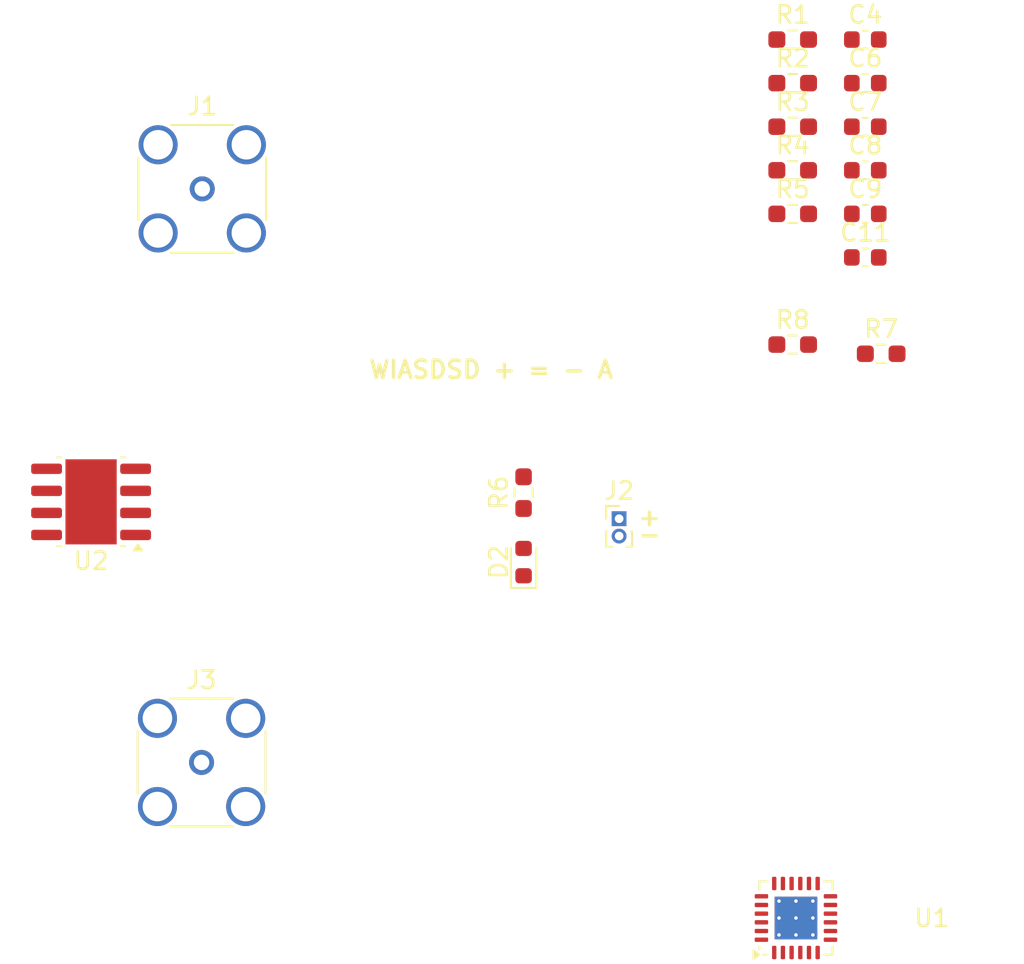
<source format=kicad_pcb>
(kicad_pcb (version 20241229) (generator "pcbnew") (generator_version "9.0")
  (layers (0 "F.Cu" signal) (2 "B.Cu" signal) (13 "F.Paste" user) (15 "B.Paste" user) (5 "F.SilkS" user "F.Silkscreen") (7 "B.SilkS" user "B.Silkscreen") (1 "F.Mask" user) (3 "B.Mask" user) (25 "Edge.Cuts" user))
  (net 0 "")
  (net 1 "Net-(U1-VREF)")
  (net 3 "Net-(U1-CN)")
  (net 7 "Net-(U1-ENN)")
  (net 8 "+15V")
  (net 9 "Net-(D3-K)")
  (net 10 "Net-(U1-CP)")
  (net 13 "Net-(U1-FBN)")
  (net 15 "Net-(D1-A)")
  (net 19 "Net-(Q1-G)")
  (net 23 "-15V")
  (net 24 "Net-(U1-FBP)")
  (net 26 "Net-(U2--)")
  (net 29 "GND")
  (net 30 "/IN")
  (net 31 "+5V")
  (net 32 "/OUT")
  (net 33 "Net-(D2-A)")
  (footprint "Connector_Coaxial:SMA_Amphenol_132134-14_Vertical" (layer "F.Cu") (at 150 66)
    (property "Reference" "J1" (at 0 -4.75 0) (layer "F.SilkS"))
    (property "Value" "Conn_Coaxial")
    (fp_line (start -3.68 -1.8) (end -3.68 1.8) (stroke (width 0.12)) (layer "F.SilkS"))
    (fp_line (start -1.8 -3.68) (end 1.8 -3.68) (stroke (width 0.12)) (layer "F.SilkS"))
    (fp_line (start -1.8 3.68) (end 1.8 3.68) (stroke (width 0.12)) (layer "F.SilkS"))
    (fp_line (start 3.68 -1.8) (end 3.68 1.8) (stroke (width 0.12)) (layer "F.SilkS"))
    (pad "1" thru_hole circle (at 0 0) (size 1.44 1.44) (drill 0.89) (layers "*.Cu" "*.Mask") (net 30 "/IN"))
    (pad "2" thru_hole circle (at -2.54 -2.54) (size 2.25 2.25) (drill 1.7) (layers "*.Cu" "*.Mask") (net 29 "GND"))
    (pad "2" thru_hole circle (at -2.54 2.54) (size 2.25 2.25) (drill 1.7) (layers "*.Cu" "*.Mask") (net 29 "GND"))
    (pad "2" thru_hole circle (at 2.54 -2.54) (size 2.25 2.25) (drill 1.7) (layers "*.Cu" "*.Mask") (net 29 "GND"))
    (pad "2" thru_hole circle (at 2.54 2.54) (size 2.25 2.25) (drill 1.7) (layers "*.Cu" "*.Mask") (net 29 "GND"))
  )
  (footprint "Resistor_SMD:R_0603_1608Metric_Pad0.98x0.95mm_HandSolder" (layer "F.Cu") (at 183.9925 64.93)
    (property "Reference" "R4" (at 0 -1.43 0) (layer "F.SilkS"))
    (property "Value" "85.8k")
    (fp_line (start -0.254724 -0.5225) (end 0.254724 -0.5225) (stroke (width 0.12)) (layer "F.SilkS"))
    (fp_line (start -0.254724 0.5225) (end 0.254724 0.5225) (stroke (width 0.12)) (layer "F.SilkS"))
    (pad "1" smd roundrect (at -0.9125 0) (size 0.975 0.95) (layers "F.Cu" "F.Mask" "F.Paste") (net 24 "Net-(U1-FBP)"))
    (pad "2" smd roundrect (at 0.9125 0) (size 0.975 0.95) (layers "F.Cu" "F.Mask" "F.Paste") (net 29 "GND"))
  )
  (footprint "Resistor_SMD:R_0603_1608Metric_Pad0.98x0.95mm_HandSolder" (layer "F.Cu") (at 183.9925 67.44)
    (property "Reference" "R5" (at 0 -1.43 0) (layer "F.SilkS"))
    (property "Value" "78.7")
    (fp_line (start -0.254724 -0.5225) (end 0.254724 -0.5225) (stroke (width 0.12)) (layer "F.SilkS"))
    (fp_line (start -0.254724 0.5225) (end 0.254724 0.5225) (stroke (width 0.12)) (layer "F.SilkS"))
    (pad "1" smd roundrect (at -0.9125 0) (size 0.975 0.95) (layers "F.Cu" "F.Mask" "F.Paste") (net 29 "GND"))
    (pad "2" smd roundrect (at 0.9125 0) (size 0.975 0.95) (layers "F.Cu" "F.Mask" "F.Paste") (net 26 "Net-(U2--)"))
  )
  (footprint "Package_DFN_QFN:VQFN-24-1EP_4x4mm_P0.5mm_EP2.45x2.45mm_ThermalVias" (layer "F.Cu") (at 184.18 108 90)
    (property "Reference" "U1" (at 0 7.82 180) (layer "F.SilkS"))
    (property "Value" "TPS65131RGE")
    (fp_line (start 2.11 -2.11) (end 2.11 -1.635) (stroke (width 0.12)) (layer "F.SilkS"))
    (fp_line (start 1.635 -2.11) (end 2.11 -2.11) (stroke (width 0.12)) (layer "F.SilkS"))
    (fp_line (start -1.635 -2.11) (end -1.81 -2.11) (stroke (width 0.12)) (layer "F.SilkS"))
    (fp_line (start -2.11 -1.635) (end -2.11 -1.87) (stroke (width 0.12)) (layer "F.SilkS"))
    (fp_line (start 2.11 2.11) (end 2.11 1.635) (stroke (width 0.12)) (layer "F.SilkS"))
    (fp_line (start 1.635 2.11) (end 2.11 2.11) (stroke (width 0.12)) (layer "F.SilkS"))
    (fp_line (start -1.635 2.11) (end -2.11 2.11) (stroke (width 0.12)) (layer "F.SilkS"))
    (fp_line (start -2.11 2.11) (end -2.11 1.635) (stroke (width 0.12)) (layer "F.SilkS"))
    (fp_poly (pts (xy -2.11 -2.11) (xy -2.35 -2.44) (xy -1.87 -2.44)) (stroke (width 0.12)) (fill yes) (layer "F.SilkS"))
    (pad "1" smd roundrect (at -1.9875 -1.25 90) (size 0.775 0.25) (layers "F.Cu" "F.Mask" "F.Paste") (net 15 "Net-(D1-A)"))
    (pad "2" smd roundrect (at -1.9875 -0.75 90) (size 0.775 0.25) (layers "F.Cu" "F.Mask" "F.Paste") (net 29 "GND"))
    (pad "3" smd roundrect (at -1.9875 -0.25 90) (size 0.775 0.25) (layers "F.Cu" "F.Mask" "F.Paste") (net 29 "GND"))
    (pad "4" smd roundrect (at -1.9875 0.25 90) (size 0.775 0.25) (layers "F.Cu" "F.Mask" "F.Paste") (net 7 "Net-(U1-ENN)"))
    (pad "5" smd roundrect (at -1.9875 0.75 90) (size 0.775 0.25) (layers "F.Cu" "F.Mask" "F.Paste") (net 19 "Net-(Q1-G)"))
    (pad "6" smd roundrect (at -1.9875 1.25 90) (size 0.775 0.25) (layers "F.Cu" "F.Mask" "F.Paste") (net 19 "Net-(Q1-G)"))
    (pad "7" smd roundrect (at -1.25 1.9875 90) (size 0.25 0.775) (layers "F.Cu" "F.Mask" "F.Paste") (net 19 "Net-(Q1-G)"))
    (pad "8" smd roundrect (at -0.75 1.9875 90) (size 0.25 0.775) (layers "F.Cu" "F.Mask" "F.Paste") (net 7 "Net-(U1-ENN)"))
    (pad "9" smd roundrect (at -0.25 1.9875 90) (size 0.25 0.775) (layers "F.Cu" "F.Mask" "F.Paste") (net 7 "Net-(U1-ENN)"))
    (pad "10" smd roundrect (at 0.25 1.9875 90) (size 0.25 0.775) (layers "F.Cu" "F.Mask" "F.Paste") (net 7 "Net-(U1-ENN)"))
    (pad "11" smd roundrect (at 0.75 1.9875 90) (size 0.25 0.775) (layers "F.Cu" "F.Mask" "F.Paste") (net 7 "Net-(U1-ENN)"))
    (pad "12" smd roundrect (at 1.25 1.9875 90) (size 0.25 0.775) (layers "F.Cu" "F.Mask" "F.Paste"))
    (pad "13" smd roundrect (at 1.9875 1.25 90) (size 0.775 0.25) (layers "F.Cu" "F.Mask" "F.Paste") (net 9 "Net-(D3-K)"))
    (pad "14" smd roundrect (at 1.9875 0.75 90) (size 0.775 0.25) (layers "F.Cu" "F.Mask" "F.Paste") (net 9 "Net-(D3-K)"))
    (pad "15" smd roundrect (at 1.9875 0.25 90) (size 0.775 0.25) (layers "F.Cu" "F.Mask" "F.Paste") (net 23 "-15V"))
    (pad "16" smd roundrect (at 1.9875 -0.25 90) (size 0.775 0.25) (layers "F.Cu" "F.Mask" "F.Paste") (net 13 "Net-(U1-FBN)"))
    (pad "17" smd roundrect (at 1.9875 -0.75 90) (size 0.775 0.25) (layers "F.Cu" "F.Mask" "F.Paste") (net 1 "Net-(U1-VREF)"))
    (pad "18" smd roundrect (at 1.9875 -1.25 90) (size 0.775 0.25) (layers "F.Cu" "F.Mask" "F.Paste") (net 3 "Net-(U1-CN)"))
    (pad "19" smd roundrect (at 1.25 -1.9875 90) (size 0.25 0.775) (layers "F.Cu" "F.Mask" "F.Paste") (net 29 "GND"))
    (pad "20" smd roundrect (at 0.75 -1.9875 90) (size 0.25 0.775) (layers "F.Cu" "F.Mask" "F.Paste"))
    (pad "21" smd roundrect (at 0.25 -1.9875 90) (size 0.25 0.775) (layers "F.Cu" "F.Mask" "F.Paste") (net 10 "Net-(U1-CP)"))
    (pad "22" smd roundrect (at -0.25 -1.9875 90) (size 0.25 0.775) (layers "F.Cu" "F.Mask" "F.Paste") (net 24 "Net-(U1-FBP)"))
    (pad "23" smd roundrect (at -0.75 -1.9875 90) (size 0.25 0.775) (layers "F.Cu" "F.Mask" "F.Paste") (net 8 "+15V"))
    (pad "24" smd roundrect (at -1.25 -1.9875 90) (size 0.25 0.775) (layers "F.Cu" "F.Mask" "F.Paste") (net 15 "Net-(D1-A)"))
    (pad "25" thru_hole circle (at -0.975 -0.975 90) (size 0.5 0.5) (drill 0.2) (property pad_prop_heatsink) (layers "*.Cu"))
    (pad "25" thru_hole circle (at -0.975 0 90) (size 0.5 0.5) (drill 0.2) (property pad_prop_heatsink) (layers "*.Cu"))
    (pad "25" thru_hole circle (at -0.975 0.975 90) (size 0.5 0.5) (drill 0.2) (property pad_prop_heatsink) (layers "*.Cu"))
    (pad "25" thru_hole circle (at 0 -0.975 90) (size 0.5 0.5) (drill 0.2) (property pad_prop_heatsink) (layers "*.Cu"))
    (pad "25" thru_hole circle (at 0 0 90) (size 0.5 0.5) (drill 0.2) (property pad_prop_heatsink) (layers "*.Cu"))
    (pad "25" smd rect (at 0 0 90) (size 2.45 2.45) (property pad_prop_heatsink) (layers "F.Cu" "F.Mask"))
    (pad "25" smd rect (at 0 0 90) (size 2.45 2.45) (property pad_prop_heatsink) (layers "B.Cu"))
    (pad "25" thru_hole circle (at 0 0.975 90) (size 0.5 0.5) (drill 0.2) (property pad_prop_heatsink) (layers "*.Cu"))
    (pad "25" thru_hole circle (at 0.975 -0.975 90) (size 0.5 0.5) (drill 0.2) (property pad_prop_heatsink) (layers "*.Cu"))
    (pad "25" thru_hole circle (at 0.975 0 90) (size 0.5 0.5) (drill 0.2) (property pad_prop_heatsink) (layers "*.Cu"))
    (pad "25" thru_hole circle (at 0.975 0.975 90) (size 0.5 0.5) (drill 0.2) (property pad_prop_heatsink) (layers "*.Cu"))
  )
  (footprint "Resistor_SMD:R_0603_1608Metric_Pad0.98x0.95mm_HandSolder" (layer "F.Cu") (at 183.9925 57.4)
    (property "Reference" "R1" (at 0 -1.43 0) (layer "F.SilkS"))
    (property "Value" "104.8k")
    (fp_line (start -0.254724 -0.5225) (end 0.254724 -0.5225) (stroke (width 0.12)) (layer "F.SilkS"))
    (fp_line (start -0.254724 0.5225) (end 0.254724 0.5225) (stroke (width 0.12)) (layer "F.SilkS"))
    (pad "1" smd roundrect (at -0.9125 0) (size 0.975 0.95) (layers "F.Cu" "F.Mask" "F.Paste") (net 1 "Net-(U1-VREF)"))
    (pad "2" smd roundrect (at 0.9125 0) (size 0.975 0.95) (layers "F.Cu" "F.Mask" "F.Paste") (net 13 "Net-(U1-FBN)"))
  )
  (footprint "Capacitor_SMD:C_0603_1608Metric" (layer "F.Cu") (at 188.1725 62.42)
    (property "Reference" "C7" (at 0 -1.43 0) (layer "F.SilkS"))
    (property "Value" "220nF")
    (fp_line (start -0.14058 -0.51) (end 0.14058 -0.51) (stroke (width 0.12)) (layer "F.SilkS"))
    (fp_line (start -0.14058 0.51) (end 0.14058 0.51) (stroke (width 0.12)) (layer "F.SilkS"))
    (pad "1" smd roundrect (at -0.775 0) (size 0.9 0.95) (layers "F.Cu" "F.Mask" "F.Paste") (net 1 "Net-(U1-VREF)"))
    (pad "2" smd roundrect (at 0.775 0) (size 0.9 0.95) (layers "F.Cu" "F.Mask" "F.Paste") (net 29 "GND"))
  )
  (footprint "Resistor_SMD:R_0603_1608Metric_Pad0.98x0.95mm_HandSolder" (layer "F.Cu") (at 183.9925 59.91)
    (property "Reference" "R2" (at 0 -1.43 0) (layer "F.SilkS"))
    (property "Value" "100")
    (fp_line (start -0.254724 -0.5225) (end 0.254724 -0.5225) (stroke (width 0.12)) (layer "F.SilkS"))
    (fp_line (start -0.254724 0.5225) (end 0.254724 0.5225) (stroke (width 0.12)) (layer "F.SilkS"))
    (pad "1" smd roundrect (at -0.9125 0) (size 0.975 0.95) (layers "F.Cu" "F.Mask" "F.Paste") (net 19 "Net-(Q1-G)"))
    (pad "2" smd roundrect (at 0.9125 0) (size 0.975 0.95) (layers "F.Cu" "F.Mask" "F.Paste") (net 7 "Net-(U1-ENN)"))
  )
  (footprint "Capacitor_SMD:C_0603_1608Metric" (layer "F.Cu") (at 188.1725 67.44)
    (property "Reference" "C9" (at 0 -1.43 0) (layer "F.SilkS"))
    (property "Value" "4.7nF")
    (fp_line (start -0.14058 -0.51) (end 0.14058 -0.51) (stroke (width 0.12)) (layer "F.SilkS"))
    (fp_line (start -0.14058 0.51) (end 0.14058 0.51) (stroke (width 0.12)) (layer "F.SilkS"))
    (pad "1" smd roundrect (at -0.775 0) (size 0.9 0.95) (layers "F.Cu" "F.Mask" "F.Paste") (net 19 "Net-(Q1-G)"))
    (pad "2" smd roundrect (at 0.775 0) (size 0.9 0.95) (layers "F.Cu" "F.Mask" "F.Paste") (net 29 "GND"))
  )
  (footprint "Capacitor_SMD:C_0603_1608Metric" (layer "F.Cu") (at 188.1725 69.95)
    (property "Reference" "C11" (at 0 -1.43 0) (layer "F.SilkS"))
    (property "Value" "220nF")
    (fp_line (start -0.14058 -0.51) (end 0.14058 -0.51) (stroke (width 0.12)) (layer "F.SilkS"))
    (fp_line (start -0.14058 0.51) (end 0.14058 0.51) (stroke (width 0.12)) (layer "F.SilkS"))
    (pad "1" smd roundrect (at -0.775 0) (size 0.9 0.95) (layers "F.Cu" "F.Mask" "F.Paste") (net 13 "Net-(U1-FBN)"))
    (pad "2" smd roundrect (at 0.775 0) (size 0.9 0.95) (layers "F.Cu" "F.Mask" "F.Paste") (net 23 "-15V"))
  )
  (footprint "Resistor_SMD:R_0603_1608Metric_Pad0.98x0.95mm_HandSolder" (layer "F.Cu") (at 183.9925 74.97)
    (property "Reference" "R8" (at 0 -1.43 0) (layer "F.SilkS"))
    (property "Value" "698")
    (fp_line (start -0.254724 -0.5225) (end 0.254724 -0.5225) (stroke (width 0.12)) (layer "F.SilkS"))
    (fp_line (start -0.254724 0.5225) (end 0.254724 0.5225) (stroke (width 0.12)) (layer "F.SilkS"))
    (pad "1" smd roundrect (at -0.9125 0) (size 0.975 0.95) (layers "F.Cu" "F.Mask" "F.Paste") (net 26 "Net-(U2--)"))
    (pad "2" smd roundrect (at 0.9125 0) (size 0.975 0.95) (layers "F.Cu" "F.Mask" "F.Paste") (net 32 "/OUT"))
  )
  (footprint "Resistor_SMD:R_0603_1608Metric_Pad0.98x0.95mm_HandSolder" (layer "F.Cu") (at 183.9925 62.42)
    (property "Reference" "R3" (at 0 -1.43 0) (layer "F.SilkS"))
    (property "Value" "1.3M")
    (fp_line (start -0.254724 -0.5225) (end 0.254724 -0.5225) (stroke (width 0.12)) (layer "F.SilkS"))
    (fp_line (start -0.254724 0.5225) (end 0.254724 0.5225) (stroke (width 0.12)) (layer "F.SilkS"))
    (pad "1" smd roundrect (at -0.9125 0) (size 0.975 0.95) (layers "F.Cu" "F.Mask" "F.Paste") (net 13 "Net-(U1-FBN)"))
    (pad "2" smd roundrect (at 0.9125 0) (size 0.975 0.95) (layers "F.Cu" "F.Mask" "F.Paste") (net 23 "-15V"))
  )
  (footprint "Resistor_SMD:R_0603_1608Metric_Pad0.98x0.95mm_HandSolder" (layer "F.Cu") (at 168.5 83.5 90)
    (property "Reference" "R6" (at 0 -1.43 90) (layer "F.SilkS"))
    (property "Value" "1k")
    (fp_line (start -0.254724 -0.5225) (end 0.254724 -0.5225) (stroke (width 0.12)) (layer "F.SilkS"))
    (fp_line (start -0.254724 0.5225) (end 0.254724 0.5225) (stroke (width 0.12)) (layer "F.SilkS"))
    (pad "1" smd roundrect (at -0.9125 0 90) (size 0.975 0.95) (layers "F.Cu" "F.Mask" "F.Paste") (net 31 "+5V"))
    (pad "2" smd roundrect (at 0.9125 0 90) (size 0.975 0.95) (layers "F.Cu" "F.Mask" "F.Paste") (net 33 "Net-(D2-A)"))
  )
  (footprint "Connector_Coaxial:SMA_Amphenol_132134-14_Vertical" (layer "F.Cu") (at 149.96 99.04)
    (property "Reference" "J3" (at 0 -4.75 0) (layer "F.SilkS"))
    (property "Value" "Conn_Coaxial")
    (fp_line (start -3.68 -1.8) (end -3.68 1.8) (stroke (width 0.12)) (layer "F.SilkS"))
    (fp_line (start -1.8 -3.68) (end 1.8 -3.68) (stroke (width 0.12)) (layer "F.SilkS"))
    (fp_line (start -1.8 3.68) (end 1.8 3.68) (stroke (width 0.12)) (layer "F.SilkS"))
    (fp_line (start 3.68 -1.8) (end 3.68 1.8) (stroke (width 0.12)) (layer "F.SilkS"))
    (pad "1" thru_hole circle (at 0 0) (size 1.44 1.44) (drill 0.89) (layers "*.Cu" "*.Mask") (net 32 "/OUT"))
    (pad "2" thru_hole circle (at -2.54 -2.54) (size 2.25 2.25) (drill 1.7) (layers "*.Cu" "*.Mask") (net 29 "GND"))
    (pad "2" thru_hole circle (at -2.54 2.54) (size 2.25 2.25) (drill 1.7) (layers "*.Cu" "*.Mask") (net 29 "GND"))
    (pad "2" thru_hole circle (at 2.54 -2.54) (size 2.25 2.25) (drill 1.7) (layers "*.Cu" "*.Mask") (net 29 "GND"))
    (pad "2" thru_hole circle (at 2.54 2.54) (size 2.25 2.25) (drill 1.7) (layers "*.Cu" "*.Mask") (net 29 "GND"))
  )
  (footprint "Capacitor_SMD:C_0603_1608Metric" (layer "F.Cu") (at 188.1725 57.4)
    (property "Reference" "C4" (at 0 -1.43 0) (layer "F.SilkS"))
    (property "Value" "4.7nF")
    (fp_line (start -0.14058 -0.51) (end 0.14058 -0.51) (stroke (width 0.12)) (layer "F.SilkS"))
    (fp_line (start -0.14058 0.51) (end 0.14058 0.51) (stroke (width 0.12)) (layer "F.SilkS"))
    (pad "1" smd roundrect (at -0.775 0) (size 0.9 0.95) (layers "F.Cu" "F.Mask" "F.Paste") (net 3 "Net-(U1-CN)"))
    (pad "2" smd roundrect (at 0.775 0) (size 0.9 0.95) (layers "F.Cu" "F.Mask" "F.Paste") (net 29 "GND"))
  )
  (footprint "Package_SO:Texas_R-PDSO-G8_EP2.95x4.9mm_Mask2.4x3.1mm" (layer "F.Cu") (at 143.6 84.03 180)
    (property "Reference" "U2" (at 0 -3.4 0) (layer "F.SilkS"))
    (property "Value" "THS3491xDDA")
    (fp_line (start 1.710584 2.56) (end 1.95 2.56) (stroke (width 0.12)) (layer "F.SilkS"))
    (fp_line (start 1.710584 -2.56) (end 1.95 -2.56) (stroke (width 0.12)) (layer "F.SilkS"))
    (fp_line (start -1.710584 2.56) (end -1.95 2.56) (stroke (width 0.12)) (layer "F.SilkS"))
    (fp_line (start -1.710584 -2.56) (end -1.95 -2.56) (stroke (width 0.12)) (layer "F.SilkS"))
    (fp_poly (pts (xy -2.7 -2.465) (xy -2.94 -2.795) (xy -2.46 -2.795)) (stroke (width 0.12)) (fill yes) (layer "F.SilkS"))
    (pad "1" smd roundrect (at -2.5625 -1.905 180) (size 1.775 0.6) (layers "F.Cu" "F.Mask" "F.Paste") (net 29 "GND"))
    (pad "2" smd roundrect (at -2.5625 -0.635 180) (size 1.775 0.6) (layers "F.Cu" "F.Mask" "F.Paste") (net 26 "Net-(U2--)"))
    (pad "3" smd roundrect (at -2.5625 0.635 180) (size 1.775 0.6) (layers "F.Cu" "F.Mask" "F.Paste") (net 30 "/IN"))
    (pad "4" smd roundrect (at -2.5625 1.905 180) (size 1.775 0.6) (layers "F.Cu" "F.Mask" "F.Paste") (net 23 "-15V"))
    (pad "5" smd roundrect (at 2.5625 1.905 180) (size 1.775 0.6) (layers "F.Cu" "F.Mask" "F.Paste"))
    (pad "6" smd roundrect (at 2.5625 0.635 180) (size 1.775 0.6) (layers "F.Cu" "F.Mask" "F.Paste") (net 32 "/OUT"))
    (pad "7" smd roundrect (at 2.5625 -0.635 180) (size 1.775 0.6) (layers "F.Cu" "F.Mask" "F.Paste") (net 8 "+15V"))
    (pad "8" smd roundrect (at 2.5625 -1.905 180) (size 1.775 0.6) (layers "F.Cu" "F.Mask" "F.Paste"))
    (pad "9" smd rect (at 0 0 180) (size 2.95 4.9) (property pad_prop_heatsink) (layers "F.Cu"))
  )
  (footprint "Resistor_SMD:R_0603_1608Metric_Pad0.98x0.95mm_HandSolder" (layer "F.Cu") (at 189.0875 75.5)
    (property "Reference" "R7" (at 0 -1.43 0) (layer "F.SilkS"))
    (property "Value" "975k")
    (fp_line (start -0.254724 -0.5225) (end 0.254724 -0.5225) (stroke (width 0.12)) (layer "F.SilkS"))
    (fp_line (start -0.254724 0.5225) (end 0.254724 0.5225) (stroke (width 0.12)) (layer "F.SilkS"))
    (pad "1" smd roundrect (at -0.9125 0) (size 0.975 0.95) (layers "F.Cu" "F.Mask" "F.Paste") (net 8 "+15V"))
    (pad "2" smd roundrect (at 0.9125 0) (size 0.975 0.95) (layers "F.Cu" "F.Mask" "F.Paste") (net 24 "Net-(U1-FBP)"))
  )
  (footprint "Capacitor_SMD:C_0603_1608Metric" (layer "F.Cu") (at 188.1725 64.93)
    (property "Reference" "C8" (at 0 -1.43 0) (layer "F.SilkS"))
    (property "Value" "100nF")
    (fp_line (start -0.14058 -0.51) (end 0.14058 -0.51) (stroke (width 0.12)) (layer "F.SilkS"))
    (fp_line (start -0.14058 0.51) (end 0.14058 0.51) (stroke (width 0.12)) (layer "F.SilkS"))
    (pad "1" smd roundrect (at -0.775 0) (size 0.9 0.95) (layers "F.Cu" "F.Mask" "F.Paste") (net 7 "Net-(U1-ENN)"))
    (pad "2" smd roundrect (at 0.775 0) (size 0.9 0.95) (layers "F.Cu" "F.Mask" "F.Paste") (net 29 "GND"))
  )
  (footprint "Connector_PinHeader_1.00mm:PinHeader_1x02_P1.00mm_Vertical" (layer "F.Cu") (at 174 85)
    (property "Reference" "J2" (at 0 -1.61 0) (layer "F.SilkS"))
    (property "Value" "Conn_01x02_Socket")
    (fp_line (start -0.745 -0.735) (end 0 -0.735) (stroke (width 0.12)) (layer "F.SilkS"))
    (fp_line (start -0.745 0) (end -0.745 -0.735) (stroke (width 0.12)) (layer "F.SilkS"))
    (fp_line (start -0.745 0.735) (end -0.745 1.61) (stroke (width 0.12)) (layer "F.SilkS"))
    (fp_line (start -0.745 0.735) (end -0.685565 0.735) (stroke (width 0.12)) (layer "F.SilkS"))
    (fp_line (start -0.745 1.61) (end -0.41003 1.61) (stroke (width 0.12)) (layer "F.SilkS"))
    (fp_line (start 0.41003 1.61) (end 0.745 1.61) (stroke (width 0.12)) (layer "F.SilkS"))
    (fp_line (start 0.685565 0.735) (end 0.745 0.735) (stroke (width 0.12)) (layer "F.SilkS"))
    (fp_line (start 0.745 0.735) (end 0.745 1.61) (stroke (width 0.12)) (layer "F.SilkS"))
    (pad "1" thru_hole rect (at 0 0) (size 0.85 0.85) (drill 0.5) (layers "*.Cu" "*.Mask") (net 31 "+5V"))
    (pad "2" thru_hole circle (at 0 1) (size 0.85 0.85) (drill 0.5) (layers "*.Cu" "*.Mask") (net 29 "GND"))
  )
  (footprint "LED_SMD:LED_0603_1608Metric" (layer "F.Cu") (at 168.5 87.5 90)
    (property "Reference" "D2" (at 0 -1.43 90) (layer "F.SilkS"))
    (property "Value" "LED")
    (fp_line (start 0.8 -0.735) (end -1.485 -0.735) (stroke (width 0.12)) (layer "F.SilkS"))
    (fp_line (start -1.485 -0.735) (end -1.485 0.735) (stroke (width 0.12)) (layer "F.SilkS"))
    (fp_line (start -1.485 0.735) (end 0.8 0.735) (stroke (width 0.12)) (layer "F.SilkS"))
    (pad "1" smd roundrect (at -0.7875 0 90) (size 0.875 0.95) (layers "F.Cu" "F.Mask" "F.Paste") (net 29 "GND"))
    (pad "2" smd roundrect (at 0.7875 0 90) (size 0.875 0.95) (layers "F.Cu" "F.Mask" "F.Paste") (net 33 "Net-(D2-A)"))
  )
  (footprint "Capacitor_SMD:C_0603_1608Metric" (layer "F.Cu") (at 188.1725 59.91)
    (property "Reference" "C6" (at 0 -1.43 0) (layer "F.SilkS"))
    (property "Value" "6.8pF")
    (fp_line (start -0.14058 -0.51) (end 0.14058 -0.51) (stroke (width 0.12)) (layer "F.SilkS"))
    (fp_line (start -0.14058 0.51) (end 0.14058 0.51) (stroke (width 0.12)) (layer "F.SilkS"))
    (pad "1" smd roundrect (at -0.775 0) (size 0.9 0.95) (layers "F.Cu" "F.Mask" "F.Paste") (net 8 "+15V"))
    (pad "2" smd roundrect (at 0.775 0) (size 0.9 0.95) (layers "F.Cu" "F.Mask" "F.Paste") (net 24 "Net-(U1-FBP)"))
  )
  (gr_text "-" (at 175 86.5 0) (layer "F.SilkS") (effects (font (size 1 1) (thickness 0.2) (bold yes)) (justify left bottom)))
  (gr_text "WIASDSD + = - A" (at 159.5 77 0) (layer "F.SilkS") (effects (font (size 1 1) (thickness 0.2) (bold yes)) (justify left bottom)))
  (gr_text "+" (at 175 85.5 0) (layer "F.SilkS") (effects (font (size 1 1) (thickness 0.2) (bold yes)) (justify left bottom)))
)
</source>
